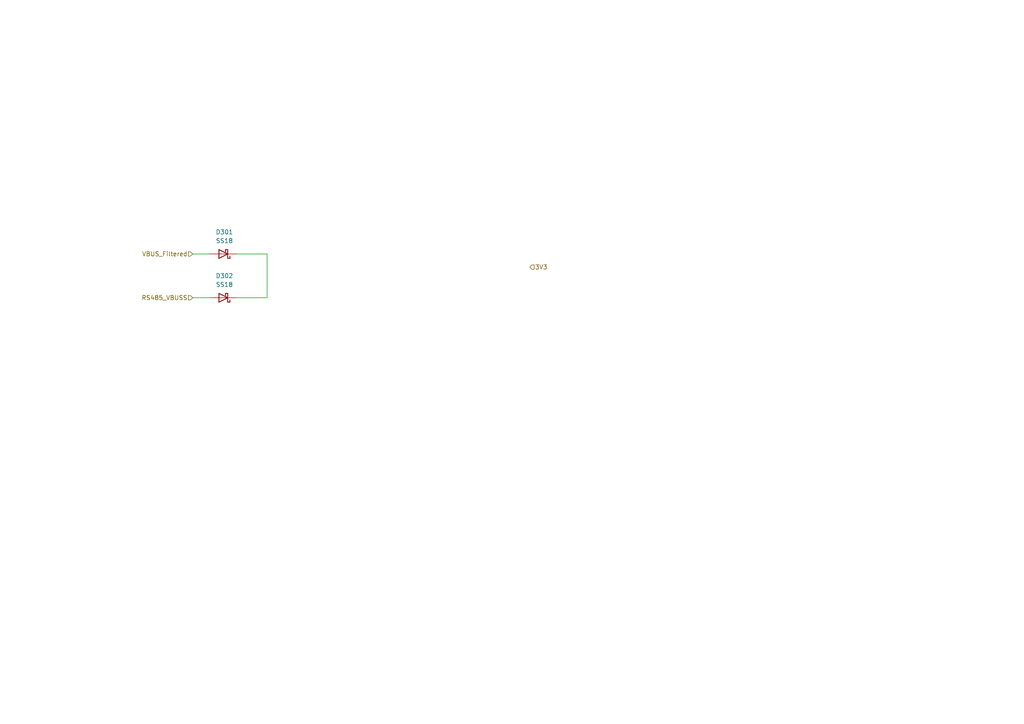
<source format=kicad_sch>
(kicad_sch (version 20250114) (generator "eeschema") (generator_version "9.0")
  (paper "A4")
  (lib_symbols
    (symbol "Diode:SS18" (pin_numbers (hide yes)) (pin_names (offset 1.016) (hide yes))
      (property "Reference" "D" (at 0 2.54 0))
      (property "Value" "SS18" (at 0 -2.54 0))
      (symbol "SS18_0_1"
        (polyline (pts (xy -1.905 0.635) (xy -1.905 1.27) (xy -1.27 1.27) (xy -1.27 -1.27) (xy -0.635 -1.27) (xy -0.635 -0.635)) (stroke (width 0.254)))
        (polyline (pts (xy 1.27 1.27) (xy 1.27 -1.27) (xy -1.27 0) (xy 1.27 1.27)) (stroke (width 0.254)))
        (polyline (pts (xy 1.27 0) (xy -1.27 0)))
      )
      (symbol "SS18_1_1"
        (pin passive line (at -3.81 0 0) (length 2.54) (name "K") (number "1"))
        (pin passive line (at 3.81 0 180) (length 2.54) (name "A") (number "2"))
      )
    )
  )
  (wire (pts (xy 77.47 73.66) (xy 77.47 86.36)))
  (wire (pts (xy 55.88 86.36) (xy 60.96 86.36)))
  (wire (pts (xy 55.88 73.66) (xy 60.96 73.66)))
  (wire (pts (xy 68.58 73.66) (xy 77.47 73.66)))
  (wire (pts (xy 77.47 86.36) (xy 68.58 86.36)))
  (hierarchical_label "VBUS_Filtered" (shape input) (at 55.88 73.66 180))
  (hierarchical_label "RS485_VBUSS" (shape input) (at 55.88 86.36 180))
  (hierarchical_label "3V3" (shape input) (at 153.67 77.47 0))
  (symbol (lib_id "Diode:SS18") (at 64.77 73.66 180) (unit 1)
    (property "Reference" "D301" (at 65.0875 67.31 0))
    (property "Value" "SS18" (at 65.0875 69.85 0))
    (property "Footprint" "Diode_SMD:D_SMA" (effects (hide yes)))
    (property "Datasheet" "https://www.smc-diodes.com/propdf/SS12-SS110%20N0229%20REV.C.pdf" (effects (hide yes)))
    (property "Description" "80V 1A Schottky Diode, SMA" (effects (hide yes)))
  )
  (symbol (lib_id "Diode:SS18") (at 64.77 86.36 180) (unit 1)
    (property "Reference" "D302" (at 65.0875 80.01 0))
    (property "Value" "SS18" (at 65.0875 82.55 0))
    (property "Footprint" "Diode_SMD:D_SMA" (effects (hide yes)))
    (property "Datasheet" "https://www.smc-diodes.com/propdf/SS12-SS110%20N0229%20REV.C.pdf" (effects (hide yes)))
    (property "Description" "80V 1A Schottky Diode, SMA" (effects (hide yes)))
  )
)
</source>
